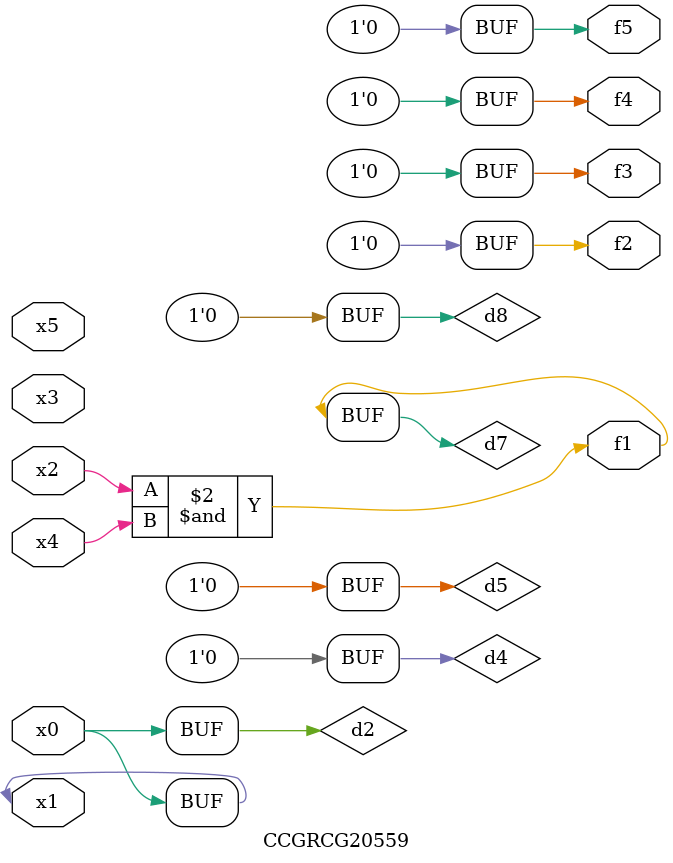
<source format=v>
module CCGRCG20559(
	input x0, x1, x2, x3, x4, x5,
	output f1, f2, f3, f4, f5
);

	wire d1, d2, d3, d4, d5, d6, d7, d8, d9;

	nand (d1, x1);
	buf (d2, x0, x1);
	nand (d3, x2, x4);
	and (d4, d1, d2);
	and (d5, d1, d2);
	nand (d6, d1, d3);
	not (d7, d3);
	xor (d8, d5);
	nor (d9, d5, d6);
	assign f1 = d7;
	assign f2 = d8;
	assign f3 = d8;
	assign f4 = d8;
	assign f5 = d8;
endmodule

</source>
